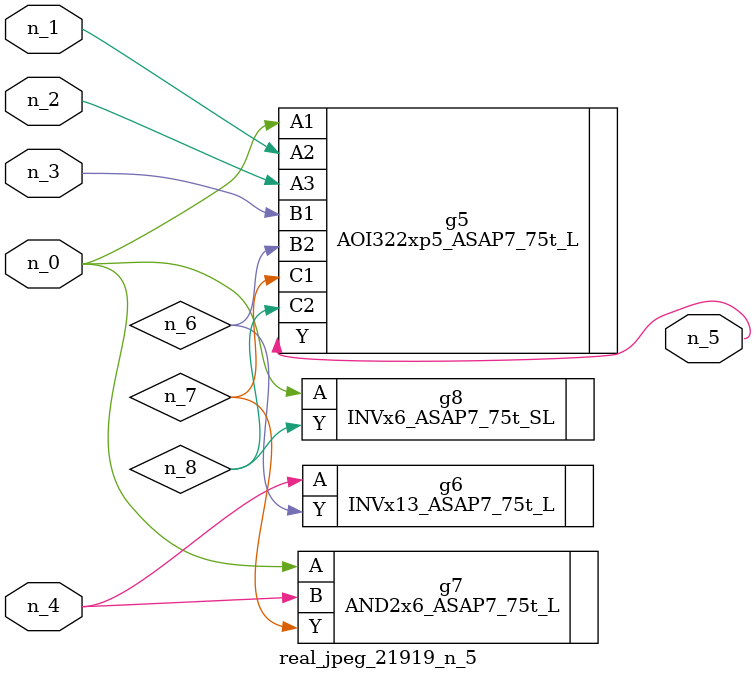
<source format=v>
module real_jpeg_21919_n_5 (n_4, n_0, n_1, n_2, n_3, n_5);

input n_4;
input n_0;
input n_1;
input n_2;
input n_3;

output n_5;

wire n_8;
wire n_6;
wire n_7;

AOI322xp5_ASAP7_75t_L g5 ( 
.A1(n_0),
.A2(n_1),
.A3(n_2),
.B1(n_3),
.B2(n_6),
.C1(n_7),
.C2(n_8),
.Y(n_5)
);

AND2x6_ASAP7_75t_L g7 ( 
.A(n_0),
.B(n_4),
.Y(n_7)
);

INVx6_ASAP7_75t_SL g8 ( 
.A(n_0),
.Y(n_8)
);

INVx13_ASAP7_75t_L g6 ( 
.A(n_4),
.Y(n_6)
);


endmodule
</source>
